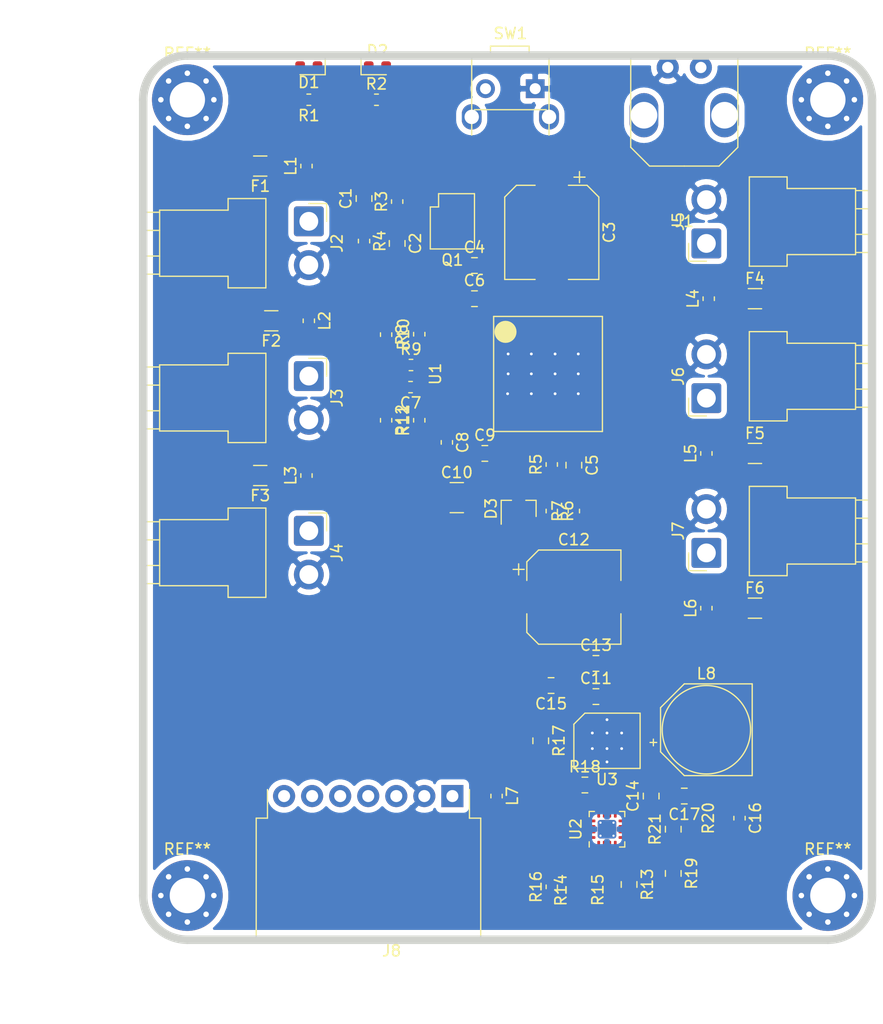
<source format=kicad_pcb>
(kicad_pcb (version 20171130) (host pcbnew "(5.1.0-0)")
  (layers (0 F.Cu signal) (31 B.Cu signal) (34 B.Paste user) (35 F.Paste user) (36 B.SilkS user) (37 F.SilkS user) (38 B.Mask user) (39 F.Mask user) (44 Edge.Cuts user))
  (net 0 "")
  (net 1 "/Pi Power/Power_Button")
  (net 2 "Net-(C1-Pad1)")
  (net 3 /Battery_Power)
  (net 4 GND)
  (net 5 /5.2V_switched)
  (net 6 "Net-(C5-Pad1)")
  (net 7 "Net-(C7-Pad1)")
  (net 8 "Net-(C8-Pad2)")
  (net 9 "/Panel Power/Vreg")
  (net 10 "Net-(C15-Pad2)")
  (net 11 "Net-(C15-Pad1)")
  (net 12 "Net-(C16-Pad2)")
  (net 13 "Net-(C16-Pad1)")
  (net 14 /Panel_Power)
  (net 15 "Net-(D1-Pad1)")
  (net 16 "Net-(D2-Pad1)")
  (net 17 /Power_Ctl)
  (net 18 /Power_Sense)
  (net 19 "Net-(F1-Pad1)")
  (net 20 "Net-(F2-Pad1)")
  (net 21 "Net-(F3-Pad1)")
  (net 22 "Net-(F4-Pad1)")
  (net 23 "Net-(F5-Pad1)")
  (net 24 "Net-(F6-Pad1)")
  (net 25 "Net-(J2-Pad1)")
  (net 26 "Net-(J3-Pad1)")
  (net 27 "Net-(J4-Pad1)")
  (net 28 "Net-(J5-Pad1)")
  (net 29 "Net-(J6-Pad1)")
  (net 30 "Net-(J7-Pad1)")
  (net 31 /Panel_Alert)
  (net 32 /SCL)
  (net 33 /SDA)
  (net 34 /+5.2V)
  (net 35 "Net-(R5-Pad1)")
  (net 36 "Net-(R8-Pad2)")
  (net 37 "Net-(R10-Pad1)")
  (net 38 "Net-(R13-Pad1)")
  (net 39 "Net-(R14-Pad2)")
  (net 40 "Net-(R16-Pad2)")
  (net 41 "Net-(R17-Pad2)")
  (net 42 "Net-(R18-Pad2)")
  (net 43 "Net-(R18-Pad1)")
  (net 44 "Net-(R20-Pad2)")
  (net 45 "Net-(U2-Pad10)")
  (net 46 "/Pi Power/Vin_switched")
  (module Power_Board:PTS645-Vx-39-2 (layer F.Cu) (at 112.5 38 180)
    (fp_text reference SW1 (at 2.25 5 180) (layer F.SilkS))
    (fp_text value SW_Push)
    (pad "" thru_hole oval (at 5.75 -2.55 180) (size 1.8 2.3) (drill 1.3) (layers *.Cu *.Mask))
    (pad "" thru_hole oval (at -1.25 -2.55 180) (size 1.8 2.3) (drill 1.3) (layers *.Cu *.Mask))
    (pad 2 thru_hole circle (at 4.5 0 180) (size 1.7 1.7) (drill 1) (layers *.Cu *.Mask) (net 1 "/Pi Power/Power_Button"))
    (pad 1 thru_hole rect (at 0 0 180) (size 1.7 1.7) (drill 1) (layers *.Cu *.Mask) (net 4 GND))
  )
  (module Power_Board:Molex_Microfit_43650-0203 (layer F.Cu) (at 126 45)
    (fp_text reference J1 (at 0 5) (layer F.SilkS))
    (fp_text value "Battery In")
    (pad 2 thru_hole circle (at -1.5 -8.92) (size 2 2) (drill 1.02) (layers *.Cu *.Mask) (net 4 GND))
    (pad 1 thru_hole circle (at 1.5 -8.92) (size 2 2) (drill 1.02) (layers *.Cu *.Mask) (net 3 /Battery_Power))
    (pad "" thru_hole oval (at -3.65 -4.6) (size 2.6 4) (drill 2.41) (layers *.Cu *.Mask))
    (pad "" thru_hole oval (at 3.65 -4.6) (size 2.6 4) (drill 2.41) (layers *.Cu *.Mask))
  )
  (module MountingHole:MountingHole_3.2mm_M3_Pad_Via (layer F.Cu) (at 81 111)
    (fp_text reference REF** (at 0 -4.2) (layer F.SilkS))
    (fp_text value MountingHole_3.2mm_M3_Pad_Via)
    (pad 1 thru_hole circle (at 1.697056 -1.697056) (size 0.8 0.8) (drill 0.5) (layers *.Cu *.Mask))
    (pad 1 thru_hole circle (at 0 -2.4) (size 0.8 0.8) (drill 0.5) (layers *.Cu *.Mask))
    (pad 1 thru_hole circle (at -1.697056 -1.697056) (size 0.8 0.8) (drill 0.5) (layers *.Cu *.Mask))
    (pad 1 thru_hole circle (at -2.4 0) (size 0.8 0.8) (drill 0.5) (layers *.Cu *.Mask))
    (pad 1 thru_hole circle (at -1.697056 1.697056) (size 0.8 0.8) (drill 0.5) (layers *.Cu *.Mask))
    (pad 1 thru_hole circle (at 0 2.4) (size 0.8 0.8) (drill 0.5) (layers *.Cu *.Mask))
    (pad 1 thru_hole circle (at 1.697056 1.697056) (size 0.8 0.8) (drill 0.5) (layers *.Cu *.Mask))
    (pad 1 thru_hole circle (at 2.4 0) (size 0.8 0.8) (drill 0.5) (layers *.Cu *.Mask))
    (pad 1 thru_hole circle (at 0 0) (size 6.4 6.4) (drill 3.2) (layers *.Cu *.Mask))
  )
  (module MountingHole:MountingHole_3.2mm_M3_Pad_Via (layer F.Cu) (at 139 111)
    (fp_text reference REF** (at 0 -4.2) (layer F.SilkS))
    (fp_text value MountingHole_3.2mm_M3_Pad_Via)
    (pad 1 thru_hole circle (at 1.697056 -1.697056) (size 0.8 0.8) (drill 0.5) (layers *.Cu *.Mask))
    (pad 1 thru_hole circle (at 0 -2.4) (size 0.8 0.8) (drill 0.5) (layers *.Cu *.Mask))
    (pad 1 thru_hole circle (at -1.697056 -1.697056) (size 0.8 0.8) (drill 0.5) (layers *.Cu *.Mask))
    (pad 1 thru_hole circle (at -2.4 0) (size 0.8 0.8) (drill 0.5) (layers *.Cu *.Mask))
    (pad 1 thru_hole circle (at -1.697056 1.697056) (size 0.8 0.8) (drill 0.5) (layers *.Cu *.Mask))
    (pad 1 thru_hole circle (at 0 2.4) (size 0.8 0.8) (drill 0.5) (layers *.Cu *.Mask))
    (pad 1 thru_hole circle (at 1.697056 1.697056) (size 0.8 0.8) (drill 0.5) (layers *.Cu *.Mask))
    (pad 1 thru_hole circle (at 2.4 0) (size 0.8 0.8) (drill 0.5) (layers *.Cu *.Mask))
    (pad 1 thru_hole circle (at 0 0) (size 6.4 6.4) (drill 3.2) (layers *.Cu *.Mask))
  )
  (module MountingHole:MountingHole_3.2mm_M3_Pad_Via (layer F.Cu) (at 139 39)
    (fp_text reference REF** (at 0 -4.2) (layer F.SilkS))
    (fp_text value MountingHole_3.2mm_M3_Pad_Via)
    (pad 1 thru_hole circle (at 1.697056 -1.697056) (size 0.8 0.8) (drill 0.5) (layers *.Cu *.Mask))
    (pad 1 thru_hole circle (at 0 -2.4) (size 0.8 0.8) (drill 0.5) (layers *.Cu *.Mask))
    (pad 1 thru_hole circle (at -1.697056 -1.697056) (size 0.8 0.8) (drill 0.5) (layers *.Cu *.Mask))
    (pad 1 thru_hole circle (at -2.4 0) (size 0.8 0.8) (drill 0.5) (layers *.Cu *.Mask))
    (pad 1 thru_hole circle (at -1.697056 1.697056) (size 0.8 0.8) (drill 0.5) (layers *.Cu *.Mask))
    (pad 1 thru_hole circle (at 0 2.4) (size 0.8 0.8) (drill 0.5) (layers *.Cu *.Mask))
    (pad 1 thru_hole circle (at 1.697056 1.697056) (size 0.8 0.8) (drill 0.5) (layers *.Cu *.Mask))
    (pad 1 thru_hole circle (at 2.4 0) (size 0.8 0.8) (drill 0.5) (layers *.Cu *.Mask))
    (pad 1 thru_hole circle (at 0 0) (size 6.4 6.4) (drill 3.2) (layers *.Cu *.Mask))
  )
  (module MountingHole:MountingHole_3.2mm_M3_Pad_Via (layer F.Cu) (at 81 39)
    (fp_text reference REF** (at 0 -4.2) (layer F.SilkS))
    (fp_text value MountingHole_3.2mm_M3_Pad_Via)
    (pad 1 thru_hole circle (at 1.697056 -1.697056) (size 0.8 0.8) (drill 0.5) (layers *.Cu *.Mask))
    (pad 1 thru_hole circle (at 0 -2.4) (size 0.8 0.8) (drill 0.5) (layers *.Cu *.Mask))
    (pad 1 thru_hole circle (at -1.697056 -1.697056) (size 0.8 0.8) (drill 0.5) (layers *.Cu *.Mask))
    (pad 1 thru_hole circle (at -2.4 0) (size 0.8 0.8) (drill 0.5) (layers *.Cu *.Mask))
    (pad 1 thru_hole circle (at -1.697056 1.697056) (size 0.8 0.8) (drill 0.5) (layers *.Cu *.Mask))
    (pad 1 thru_hole circle (at 0 2.4) (size 0.8 0.8) (drill 0.5) (layers *.Cu *.Mask))
    (pad 1 thru_hole circle (at 1.697056 1.697056) (size 0.8 0.8) (drill 0.5) (layers *.Cu *.Mask))
    (pad 1 thru_hole circle (at 2.4 0) (size 0.8 0.8) (drill 0.5) (layers *.Cu *.Mask))
    (pad 1 thru_hole circle (at 0 0) (size 6.4 6.4) (drill 3.2) (layers *.Cu *.Mask))
  )
  (module Power_Board:CP_Kemet_8.3x10 (layer F.Cu) (at 128 96 180)
    (fp_text reference L8 (at 0 5.08 180) (layer F.SilkS))
    (fp_text value 1.3µH)
    (pad 2 smd roundrect (at -3.3 0 180) (size 3.4 0.9) (layers F.Cu F.Paste F.Mask) (net 14 /Panel_Power))
    (pad 1 smd roundrect (at 3.3 0 180) (size 3.4 0.9) (layers F.Cu F.Paste F.Mask) (net 13 "Net-(C16-Pad1)"))
  )
  (module Resistor_SMD:R_0805_2012Metric (layer F.Cu) (at 125 105 90)
    (fp_text reference R21 (at 0 -1.65 90) (layer F.SilkS))
    (fp_text value 1.78K)
    (pad 2 smd roundrect (at 0.9375 0 90) (size 0.975 1.4) (layers F.Cu F.Paste F.Mask) (net 4 GND))
    (pad 1 smd roundrect (at -0.9375 0 90) (size 0.975 1.4) (layers F.Cu F.Paste F.Mask) (net 44 "Net-(R20-Pad2)"))
  )
  (module Power_Board:Q5D (layer F.Cu) (at 119 97)
    (fp_text reference U3 (at 0 3.5) (layer F.SilkS))
    (fp_text value CSD86360Q5D)
    (fp_poly (pts (xy -3.2 -2.11) (xy -2.39 -2.11) (xy -2.39 -0.43) (xy -3.2 -0.43)) (layer F.Cu) (width 0.1))
    (pad GND smd roundrect (at -0.785 1.41) (size 1.31 1.15) (layers F.Cu F.Paste F.Mask) (roundrect_rratio 0.04099999999999999) (net 4 GND))
    (pad GND smd roundrect (at 0.785 1.41) (size 1.31 1.15) (layers F.Cu F.Paste F.Mask) (roundrect_rratio 0.04099999999999999) (net 4 GND))
    (pad GND smd roundrect (at 0.785 -1.41) (size 1.31 1.15) (layers F.Cu F.Paste F.Mask) (roundrect_rratio 0.04099999999999999) (net 4 GND))
    (pad GND smd roundrect (at -0.785 -1.41) (size 1.31 1.11) (layers F.Cu F.Paste F.Mask) (roundrect_rratio 0.04099999999999999) (net 4 GND))
    (pad GND smd roundrect (at -0.785 0) (size 1.31 1.15) (layers F.Cu F.Paste F.Mask) (roundrect_rratio 0.04099999999999999) (net 4 GND))
    (pad GND smd roundrect (at 0.785 0) (size 1.31 1.15) (layers F.Cu F.Paste F.Mask) (roundrect_rratio 0.04099999999999999) (net 4 GND))
    (pad GND thru_hole circle (at 0 1.91) (size 0.4 0.4) (drill 0.254) (layers *.Cu F.Mask) (net 4 GND))
    (pad GND thru_hole circle (at 1.328 0.705) (size 0.4 0.4) (drill 0.254) (layers *.Cu F.Mask) (net 4 GND))
    (pad GND thru_hole circle (at 0 0.705) (size 0.4 0.4) (drill 0.254) (layers *.Cu F.Mask) (net 4 GND))
    (pad GND thru_hole circle (at -1.328 0.705) (size 0.4 0.4) (drill 0.254) (layers *.Cu F.Mask) (net 4 GND))
    (pad GND thru_hole circle (at -1.328 -0.705) (size 0.4 0.4) (drill 0.254) (layers *.Cu F.Mask) (net 4 GND))
    (pad GND thru_hole circle (at 1.328 -0.705) (size 0.4 0.4) (drill 0.254) (layers *.Cu F.Mask) (net 4 GND))
    (pad GND thru_hole circle (at 0 -1.91) (size 0.4 0.4) (drill 0.254) (layers *.Cu F.Mask) (net 4 GND))
    (pad GND thru_hole circle (at 0 -0.705) (size 0.4 0.4) (drill 0.254) (layers *.Cu F.Mask) (net 4 GND))
    (pad GND smd roundrect (at 0 0) (size 3.156 4.319) (layers F.Cu F.Mask) (roundrect_rratio 0.016) (net 4 GND))
    (pad 8 smd roundrect (at 2.795 -1.905) (size 0.81 0.41) (layers F.Cu F.Paste F.Mask) (roundrect_rratio 0.122) (net 13 "Net-(C16-Pad1)"))
    (pad 7 smd roundrect (at 2.795 -0.635) (size 0.81 0.41) (layers F.Cu F.Paste F.Mask) (roundrect_rratio 0.122) (net 13 "Net-(C16-Pad1)"))
    (pad 6 smd roundrect (at 2.795 0.635) (size 0.81 0.41) (layers F.Cu F.Paste F.Mask) (roundrect_rratio 0.122) (net 13 "Net-(C16-Pad1)"))
    (pad 5 smd roundrect (at 2.795 1.905) (size 0.81 0.41) (layers F.Cu F.Paste F.Mask) (roundrect_rratio 0.122) (net 45 "Net-(U2-Pad10)"))
    (pad 4 smd roundrect (at -2.795 1.905) (size 0.81 0.41) (layers F.Cu F.Paste F.Mask) (roundrect_rratio 0.122) (net 11 "Net-(C15-Pad1)"))
    (pad 3 smd roundrect (at -2.795 0.635) (size 0.81 0.41) (layers F.Cu F.Paste F.Mask) (roundrect_rratio 0.122) (net 43 "Net-(R18-Pad1)"))
    (pad 2 smd roundrect (at -2.795 -0.635) (size 0.81 0.41) (layers F.Cu F.Paste F.Mask) (roundrect_rratio 0.122) (net 3 /Battery_Power))
    (pad 1 smd roundrect (at -2.795 -1.905) (size 0.81 0.41) (layers F.Cu F.Paste F.Mask) (roundrect_rratio 0.122) (net 3 /Battery_Power))
  )
  (module Package_DFN_QFN:VQFN-16-1EP_3x3mm_P0.5mm_EP1.68x1.68mm_ThermalVias (layer F.Cu) (at 119 105 90)
    (fp_text reference U2 (at 0 -2.82 90) (layer F.SilkS))
    (fp_text value TPS53819A)
    (pad 16 smd roundrect (at -0.75 -1.4625 90) (size 0.25 0.825) (layers F.Cu F.Paste F.Mask) (net 39 "Net-(R14-Pad2)"))
    (pad 15 smd roundrect (at -0.25 -1.4625 90) (size 0.25 0.825) (layers F.Cu F.Paste F.Mask) (net 40 "Net-(R16-Pad2)"))
    (pad 14 smd roundrect (at 0.25 -1.4625 90) (size 0.25 0.825) (layers F.Cu F.Paste F.Mask) (net 5 /5.2V_switched))
    (pad 13 smd roundrect (at 0.75 -1.4625 90) (size 0.25 0.825) (layers F.Cu F.Paste F.Mask) (net 41 "Net-(R17-Pad2)"))
    (pad 12 smd roundrect (at 1.4625 -0.75 90) (size 0.825 0.25) (layers F.Cu F.Paste F.Mask) (net 11 "Net-(C15-Pad1)"))
    (pad 11 smd roundrect (at 1.4625 -0.25 90) (size 0.825 0.25) (layers F.Cu F.Paste F.Mask) (net 42 "Net-(R18-Pad2)"))
    (pad 10 smd roundrect (at 1.4625 0.25 90) (size 0.825 0.25) (layers F.Cu F.Paste F.Mask) (net 45 "Net-(U2-Pad10)"))
    (pad 9 smd roundrect (at 1.4625 0.75 90) (size 0.825 0.25) (layers F.Cu F.Paste F.Mask) (net 9 "/Panel Power/Vreg"))
    (pad 8 smd roundrect (at 0.75 1.4625 90) (size 0.25 0.825) (layers F.Cu F.Paste F.Mask) (net 3 /Battery_Power))
    (pad 7 smd roundrect (at 0.25 1.4625 90) (size 0.25 0.825) (layers F.Cu F.Paste F.Mask) (net 4 GND))
    (pad 6 smd roundrect (at -0.25 1.4625 90) (size 0.25 0.825) (layers F.Cu F.Paste F.Mask) (net 44 "Net-(R20-Pad2)"))
    (pad 5 smd roundrect (at -0.75 1.4625 90) (size 0.25 0.825) (layers F.Cu F.Paste F.Mask) (net 14 /Panel_Power))
    (pad 4 smd roundrect (at -1.4625 0.75 90) (size 0.825 0.25) (layers F.Cu F.Paste F.Mask) (net 38 "Net-(R13-Pad1)"))
    (pad 3 smd roundrect (at -1.4625 0.25 90) (size 0.825 0.25) (layers F.Cu F.Paste F.Mask) (net 31 /Panel_Alert))
    (pad 2 smd roundrect (at -1.4625 -0.25 90) (size 0.825 0.25) (layers F.Cu F.Paste F.Mask) (net 33 /SDA))
    (pad 1 smd roundrect (at -1.4625 -0.75 90) (size 0.825 0.25) (layers F.Cu F.Paste F.Mask) (net 32 /SCL))
    (pad 17 smd roundrect (at 0 0 90) (size 1.68 1.68) (layers B.Cu) (roundrect_rratio 0.14881) (net 4 GND))
    (pad 17 thru_hole circle (at 0.59 0.59 90) (size 0.5 0.5) (drill 0.2) (layers *.Cu) (net 4 GND))
    (pad 17 thru_hole circle (at -0.59 0.59 90) (size 0.5 0.5) (drill 0.2) (layers *.Cu) (net 4 GND))
    (pad 17 thru_hole circle (at 0.59 -0.59 90) (size 0.5 0.5) (drill 0.2) (layers *.Cu) (net 4 GND))
    (pad 17 thru_hole circle (at -0.59 -0.59 90) (size 0.5 0.5) (drill 0.2) (layers *.Cu) (net 4 GND))
    (pad 17 smd roundrect (at 0 0 90) (size 1.68 1.68) (layers F.Cu F.Mask) (roundrect_rratio 0.14881) (net 4 GND))
  )
  (module Power_Board:TO-PMOD_7 (layer F.Cu) (at 106 60 270)
    (fp_text reference U1 (at 3.81 2.54 270) (layer F.SilkS))
    (fp_text value LMZ14203)
    (pad GND smd roundrect (at 2.9 -9.35 270) (size 1.3 1.6) (layers F.Cu F.Paste F.Mask) (roundrect_rratio 0.292) (net 4 GND))
    (pad GND smd roundrect (at 4.75 -9.35 270) (size 1.4 1.6) (layers F.Cu F.Paste F.Mask) (roundrect_rratio 0.292) (net 4 GND))
    (pad GND smd roundrect (at 4.75 -5.05 270) (size 1.3 1.6) (layers F.Cu F.Paste F.Mask) (roundrect_rratio 0.292) (net 4 GND))
    (pad GND smd roundrect (at 2.85 -5.1 270) (size 1.3 1.6) (layers F.Cu F.Paste F.Mask) (roundrect_rratio 0.292) (net 4 GND))
    (pad GND smd roundrect (at 4.7 -7.25 270) (size 1.3 1.6) (layers F.Cu F.Paste F.Mask) (roundrect_rratio 0.292) (net 4 GND))
    (pad GND smd roundrect (at 2.9 -7.25 270) (size 1.3 1.6) (layers F.Cu F.Paste F.Mask) (roundrect_rratio 0.292) (net 4 GND))
    (pad GND thru_hole circle (at 3.8 -4.05 270) (size 0.508 0.508) (drill 0.254) (layers *.Cu) (net 4 GND))
    (pad GND thru_hole circle (at 2 -4.05 270) (size 0.508 0.508) (drill 0.254) (layers *.Cu) (net 4 GND))
    (pad GND thru_hole circle (at 5.6 -4 270) (size 0.508 0.508) (drill 0.254) (layers *.Cu) (net 4 GND))
    (pad GND thru_hole circle (at 2 -8.3 270) (size 0.508 0.508) (drill 0.254) (layers *.Cu) (net 4 GND))
    (pad GND thru_hole circle (at 2 -6.15 270) (size 0.508 0.508) (drill 0.254) (layers *.Cu) (net 4 GND))
    (pad GND thru_hole circle (at 5.6 -6.15 270) (size 0.508 0.508) (drill 0.254) (layers *.Cu) (net 4 GND))
    (pad GND thru_hole circle (at 5.6 -8.3 270) (size 0.508 0.508) (drill 0.254) (layers *.Cu) (net 4 GND))
    (pad GND thru_hole circle (at 3.8 -6.15 270) (size 0.508 0.508) (drill 0.254) (layers *.Cu) (net 4 GND))
    (pad GND thru_hole circle (at 3.8 -8.3 270) (size 0.508 0.508) (drill 0.254) (layers *.Cu) (net 4 GND))
    (pad GND thru_hole circle (at 5.6 -10.4 270) (size 0.508 0.508) (drill 0.254) (layers *.Cu) (net 4 GND))
    (pad GND thru_hole circle (at 3.8 -10.4 270) (size 0.508 0.508) (drill 0.254) (layers *.Cu) (net 4 GND))
    (pad GND thru_hole circle (at 2 -10.4 270) (size 0.508 0.508) (drill 0.254) (layers *.Cu) (net 4 GND))
    (pad GND smd roundrect (at 3.81 -7.305 270) (size 5.35 8.54) (layers F.Cu F.Mask) (roundrect_rratio 0.042) (net 4 GND))
    (pad 7 smd roundrect (at 7.62 0 270) (size 0.89 3.06) (layers F.Cu F.Paste F.Mask) (net 5 /5.2V_switched))
    (pad 6 smd roundrect (at 6.35 0 270) (size 0.89 3.06) (layers F.Cu F.Paste F.Mask) (net 8 "Net-(C8-Pad2)"))
    (pad 5 smd roundrect (at 5.08 0 270) (size 0.89 3.06) (layers F.Cu F.Paste F.Mask) (net 7 "Net-(C7-Pad1)"))
    (pad 4 smd roundrect (at 3.81 0 270) (size 0.89 3.06) (layers F.Cu F.Paste F.Mask) (net 4 GND))
    (pad 3 smd roundrect (at 2.54 0 270) (size 0.89 3.06) (layers F.Cu F.Paste F.Mask) (net 36 "Net-(R8-Pad2)"))
    (pad 2 smd roundrect (at 1.27 0 270) (size 0.89 3.06) (layers F.Cu F.Paste F.Mask) (net 37 "Net-(R10-Pad1)"))
    (pad 1 smd rect (at 0 0 270) (size 0.89 3.06) (layers F.Cu F.Paste F.Mask) (net 46 "/Pi Power/Vin_switched"))
  )
  (module Resistor_SMD:R_0402_1005Metric (layer F.Cu) (at 127 104 270)
    (fp_text reference R20 (at 0 -1.17 270) (layer F.SilkS))
    (fp_text value 10K)
    (pad 2 smd roundrect (at 0.485 0 270) (size 0.59 0.64) (layers F.Cu F.Paste F.Mask) (net 44 "Net-(R20-Pad2)"))
    (pad 1 smd roundrect (at -0.485 0 270) (size 0.59 0.64) (layers F.Cu F.Paste F.Mask) (net 14 /Panel_Power))
  )
  (module Resistor_SMD:R_0805_2012Metric (layer F.Cu) (at 125 109 270)
    (fp_text reference R19 (at 0 -1.65 270) (layer F.SilkS))
    (fp_text value 1)
    (pad 2 smd roundrect (at 0.9375 0 270) (size 0.975 1.4) (layers F.Cu F.Paste F.Mask) (net 4 GND))
    (pad 1 smd roundrect (at -0.9375 0 270) (size 0.975 1.4) (layers F.Cu F.Paste F.Mask) (net 12 "Net-(C16-Pad2)"))
  )
  (module Resistor_SMD:R_0805_2012Metric (layer F.Cu) (at 117 101)
    (fp_text reference R18 (at 0 -1.65) (layer F.SilkS))
    (fp_text value 4.7)
    (pad 2 smd roundrect (at 0.9375 0) (size 0.975 1.4) (layers F.Cu F.Paste F.Mask) (net 42 "Net-(R18-Pad2)"))
    (pad 1 smd roundrect (at -0.9375 0) (size 0.975 1.4) (layers F.Cu F.Paste F.Mask) (net 43 "Net-(R18-Pad1)"))
  )
  (module Resistor_SMD:R_0805_2012Metric (layer F.Cu) (at 113 97 270)
    (fp_text reference R17 (at 0 -1.65 270) (layer F.SilkS))
    (fp_text value 1)
    (pad 2 smd roundrect (at 0.9375 0 270) (size 0.975 1.4) (layers F.Cu F.Paste F.Mask) (net 41 "Net-(R17-Pad2)"))
    (pad 1 smd roundrect (at -0.9375 0 270) (size 0.975 1.4) (layers F.Cu F.Paste F.Mask) (net 10 "Net-(C15-Pad2)"))
  )
  (module Resistor_SMD:R_0603_1608Metric (layer F.Cu) (at 114 110.2125 90)
    (fp_text reference R16 (at 0 -1.43 90) (layer F.SilkS))
    (fp_text value 100K)
    (pad 2 smd roundrect (at 0.7875 0 90) (size 0.875 0.95) (layers F.Cu F.Paste F.Mask) (net 40 "Net-(R16-Pad2)"))
    (pad 1 smd roundrect (at -0.7875 0 90) (size 0.875 0.95) (layers F.Cu F.Paste F.Mask) (net 9 "/Panel Power/Vreg"))
  )
  (module Resistor_SMD:R_0402_1005Metric (layer F.Cu) (at 117 110.485 270)
    (fp_text reference R15 (at 0 -1.17 270) (layer F.SilkS))
    (fp_text value 976)
    (pad 2 smd roundrect (at 0.485 0 270) (size 0.59 0.64) (layers F.Cu F.Paste F.Mask) (net 4 GND))
    (pad 1 smd roundrect (at -0.485 0 270) (size 0.59 0.64) (layers F.Cu F.Paste F.Mask) (net 39 "Net-(R14-Pad2)"))
  )
  (module Resistor_SMD:R_0402_1005Metric (layer F.Cu) (at 116 110.515 90)
    (fp_text reference R14 (at 0 -1.17 90) (layer F.SilkS))
    (fp_text value 294K)
    (pad 2 smd roundrect (at 0.485 0 90) (size 0.59 0.64) (layers F.Cu F.Paste F.Mask) (net 39 "Net-(R14-Pad2)"))
    (pad 1 smd roundrect (at -0.485 0 90) (size 0.59 0.64) (layers F.Cu F.Paste F.Mask) (net 9 "/Panel Power/Vreg"))
  )
  (module Resistor_SMD:R_0805_2012Metric (layer F.Cu) (at 121 110 270)
    (fp_text reference R13 (at 0 -1.65 270) (layer F.SilkS))
    (fp_text value 38.3K)
    (pad 2 smd roundrect (at 0.9375 0 270) (size 0.975 1.4) (layers F.Cu F.Paste F.Mask) (net 4 GND))
    (pad 1 smd roundrect (at -0.9375 0 270) (size 0.975 1.4) (layers F.Cu F.Paste F.Mask) (net 38 "Net-(R13-Pad1)"))
  )
  (module Resistor_SMD:R_0603_1608Metric (layer F.Cu) (at 99 68 270)
    (fp_text reference R12 (at 0 -1.43 270) (layer F.SilkS))
    (fp_text value "1.07K 1%")
    (pad 2 smd roundrect (at 0.7875 0 270) (size 0.875 0.95) (layers F.Cu F.Paste F.Mask) (net 4 GND))
    (pad 1 smd roundrect (at -0.7875 0 270) (size 0.875 0.95) (layers F.Cu F.Paste F.Mask) (net 8 "Net-(C8-Pad2)"))
  )
  (module Resistor_SMD:R_0603_1608Metric (layer F.Cu) (at 102 68 90)
    (fp_text reference R11 (at 0 -1.43 90) (layer F.SilkS))
    (fp_text value "5.90K 1%")
    (pad 2 smd roundrect (at 0.7875 0 90) (size 0.875 0.95) (layers F.Cu F.Paste F.Mask) (net 8 "Net-(C8-Pad2)"))
    (pad 1 smd roundrect (at -0.7875 0 90) (size 0.875 0.95) (layers F.Cu F.Paste F.Mask) (net 5 /5.2V_switched))
  )
  (module Resistor_SMD:R_0603_1608Metric (layer F.Cu) (at 102 60.2125 90)
    (fp_text reference R10 (at 0 -1.43 90) (layer F.SilkS))
    (fp_text value 120K)
    (pad 2 smd roundrect (at 0.7875 0 90) (size 0.875 0.95) (layers F.Cu F.Paste F.Mask) (net 46 "/Pi Power/Vin_switched"))
    (pad 1 smd roundrect (at -0.7875 0 90) (size 0.875 0.95) (layers F.Cu F.Paste F.Mask) (net 37 "Net-(R10-Pad1)"))
  )
  (module Resistor_SMD:R_0603_1608Metric (layer F.Cu) (at 101.25 63)
    (fp_text reference R9 (at 0 -1.43) (layer F.SilkS))
    (fp_text value 6.8K)
    (pad 2 smd roundrect (at 0.7875 0) (size 0.875 0.95) (layers F.Cu F.Paste F.Mask) (net 4 GND))
    (pad 1 smd roundrect (at -0.7875 0) (size 0.875 0.95) (layers F.Cu F.Paste F.Mask) (net 36 "Net-(R8-Pad2)"))
  )
  (module Resistor_SMD:R_0603_1608Metric (layer F.Cu) (at 99 60.25 270)
    (fp_text reference R8 (at 0 -1.43 270) (layer F.SilkS))
    (fp_text value 68K)
    (pad 2 smd roundrect (at 0.7875 0 270) (size 0.875 0.95) (layers F.Cu F.Paste F.Mask) (net 36 "Net-(R8-Pad2)"))
    (pad 1 smd roundrect (at -0.7875 0 270) (size 0.875 0.95) (layers F.Cu F.Paste F.Mask) (net 46 "/Pi Power/Vin_switched"))
  )
  (module Resistor_SMD:R_0603_1608Metric (layer F.Cu) (at 116 76.2125 90)
    (fp_text reference R7 (at 0 -1.43 90) (layer F.SilkS))
    (fp_text value 100K)
    (pad 2 smd roundrect (at 0.7875 0 90) (size 0.875 0.95) (layers F.Cu F.Paste F.Mask) (net 5 /5.2V_switched))
    (pad 1 smd roundrect (at -0.7875 0 90) (size 0.875 0.95) (layers F.Cu F.Paste F.Mask) (net 35 "Net-(R5-Pad1)"))
  )
  (module Resistor_SMD:R_0603_1608Metric (layer F.Cu) (at 114 76.2125 270)
    (fp_text reference R6 (at 0 -1.43 270) (layer F.SilkS))
    (fp_text value 1K)
    (pad 2 smd roundrect (at 0.7875 0 270) (size 0.875 0.95) (layers F.Cu F.Paste F.Mask) (net 17 /Power_Ctl))
    (pad 1 smd roundrect (at -0.7875 0 270) (size 0.875 0.95) (layers F.Cu F.Paste F.Mask) (net 35 "Net-(R5-Pad1)"))
  )
  (module Resistor_SMD:R_0603_1608Metric (layer F.Cu) (at 114 72 90)
    (fp_text reference R5 (at 0 -1.43 90) (layer F.SilkS))
    (fp_text value 330K)
    (pad 2 smd roundrect (at 0.7875 0 90) (size 0.875 0.95) (layers F.Cu F.Paste F.Mask) (net 6 "Net-(C5-Pad1)"))
    (pad 1 smd roundrect (at -0.7875 0 90) (size 0.875 0.95) (layers F.Cu F.Paste F.Mask) (net 35 "Net-(R5-Pad1)"))
  )
  (module Resistor_SMD:R_0603_1608Metric (layer F.Cu) (at 97 51.7875 270)
    (fp_text reference R4 (at 0 -1.43 270) (layer F.SilkS))
    (fp_text value 100K)
    (pad 2 smd roundrect (at 0.7875 0 270) (size 0.875 0.95) (layers F.Cu F.Paste F.Mask) (net 2 "Net-(C1-Pad1)"))
    (pad 1 smd roundrect (at -0.7875 0 270) (size 0.875 0.95) (layers F.Cu F.Paste F.Mask) (net 3 /Battery_Power))
  )
  (module Resistor_SMD:R_0603_1608Metric (layer F.Cu) (at 100 48.2125 90)
    (fp_text reference R3 (at 0 -1.43 90) (layer F.SilkS))
    (fp_text value 10K)
    (pad 2 smd roundrect (at 0.7875 0 90) (size 0.875 0.95) (layers F.Cu F.Paste F.Mask) (net 1 "/Pi Power/Power_Button"))
    (pad 1 smd roundrect (at -0.7875 0 90) (size 0.875 0.95) (layers F.Cu F.Paste F.Mask) (net 3 /Battery_Power))
  )
  (module Resistor_SMD:R_0603_1608Metric_Pad1.05x0.95mm_HandSolder (layer F.Cu) (at 98.125 39)
    (fp_text reference R2 (at 0 -1.43) (layer F.SilkS))
    (fp_text value 680)
    (pad 2 smd roundrect (at 0.875 0) (size 1.05 0.95) (layers F.Cu F.Paste F.Mask) (net 4 GND))
    (pad 1 smd roundrect (at -0.875 0) (size 1.05 0.95) (layers F.Cu F.Paste F.Mask) (net 16 "Net-(D2-Pad1)"))
  )
  (module Resistor_SMD:R_0603_1608Metric_Pad1.05x0.95mm_HandSolder (layer F.Cu) (at 92 39 180)
    (fp_text reference R1 (at 0 -1.43 180) (layer F.SilkS))
    (fp_text value 680)
    (pad 2 smd roundrect (at 0.875 0 180) (size 1.05 0.95) (layers F.Cu F.Paste F.Mask) (net 4 GND))
    (pad 1 smd roundrect (at -0.875 0 180) (size 1.05 0.95) (layers F.Cu F.Paste F.Mask) (net 15 "Net-(D1-Pad1)"))
  )
  (module Power_Board:1206-8_or_SO-8 (layer F.Cu) (at 105 50)
    (fp_text reference Q1 (at 0 3.5) (layer F.SilkS))
    (fp_text value SI5504BDC)
    (pad 8 smd roundrect (at 2.34 -1.905) (size 1.78 0.72) (layers F.Cu F.Paste F.Mask) (net 2 "Net-(C1-Pad1)"))
    (pad 7 smd roundrect (at 2.34 -0.635) (size 1.78 0.72) (layers F.Cu F.Paste F.Mask) (net 2 "Net-(C1-Pad1)"))
    (pad 6 smd roundrect (at 2.34 0.635) (size 1.78 0.72) (layers F.Cu F.Paste F.Mask) (net 46 "/Pi Power/Vin_switched"))
    (pad 5 smd roundrect (at 2.34 1.905) (size 1.78 0.72) (layers F.Cu F.Paste F.Mask) (net 46 "/Pi Power/Vin_switched"))
    (pad 4 smd roundrect (at -2.34 1.905) (size 1.78 0.72) (layers F.Cu F.Paste F.Mask) (net 2 "Net-(C1-Pad1)"))
    (pad 3 smd roundrect (at -2.34 0.635) (size 1.78 0.72) (layers F.Cu F.Paste F.Mask) (net 3 /Battery_Power))
    (pad 2 smd roundrect (at -2.34 -0.635) (size 1.78 0.72) (layers F.Cu F.Paste F.Mask) (net 6 "Net-(C5-Pad1)"))
    (pad 1 smd rect (at -2.34 -1.905) (size 1.78 0.72) (layers F.Cu F.Paste F.Mask) (net 4 GND))
    (pad 8 smd roundrect (at 0.74 -0.975) (size 0.42 0.35) (layers F.Cu F.Paste F.Mask) (net 2 "Net-(C1-Pad1)"))
    (pad 7 smd roundrect (at 0.74 -0.325) (size 0.42 0.35) (layers F.Cu F.Paste F.Mask) (net 2 "Net-(C1-Pad1)"))
    (pad 6 smd roundrect (at 0.74 0.325) (size 0.42 0.35) (layers F.Cu F.Paste F.Mask) (net 46 "/Pi Power/Vin_switched"))
    (pad 5 smd roundrect (at 0.75 0.975) (size 0.42 0.35) (layers F.Cu F.Paste F.Mask) (net 46 "/Pi Power/Vin_switched"))
    (pad 4 smd roundrect (at -0.74 0.975) (size 0.42 0.35) (layers F.Cu F.Paste F.Mask) (net 2 "Net-(C1-Pad1)"))
    (pad 3 smd roundrect (at -0.74 0.325) (size 0.42 0.35) (layers F.Cu F.Paste F.Mask) (net 3 /Battery_Power))
    (pad 2 smd roundrect (at -0.74 -0.325) (size 0.42 0.35) (layers F.Cu F.Paste F.Mask) (net 6 "Net-(C5-Pad1)"))
    (pad 1 smd rect (at -0.74 -0.975) (size 0.42 0.35) (layers F.Cu F.Paste F.Mask) (net 4 GND))
  )
  (module Inductor_SMD:L_0603_1608Metric (layer F.Cu) (at 109 102 270)
    (fp_text reference L7 (at 0 -1.43 270) (layer F.SilkS))
    (fp_text value 70R)
    (pad 2 smd roundrect (at 0.7875 0 270) (size 0.875 0.95) (layers F.Cu F.Paste F.Mask) (net 34 /+5.2V))
    (pad 1 smd roundrect (at -0.7875 0 270) (size 0.875 0.95) (layers F.Cu F.Paste F.Mask) (net 5 /5.2V_switched))
  )
  (module Inductor_SMD:L_0603_1608Metric (layer F.Cu) (at 128 85 90)
    (fp_text reference L6 (at 0 -1.43 90) (layer F.SilkS))
    (fp_text value 70R)
    (pad 2 smd roundrect (at 0.7875 0 90) (size 0.875 0.95) (layers F.Cu F.Paste F.Mask) (net 30 "Net-(J7-Pad1)"))
    (pad 1 smd roundrect (at -0.7875 0 90) (size 0.875 0.95) (layers F.Cu F.Paste F.Mask) (net 24 "Net-(F6-Pad1)"))
  )
  (module Inductor_SMD:L_0603_1608Metric (layer F.Cu) (at 128 71 90)
    (fp_text reference L5 (at 0 -1.43 90) (layer F.SilkS))
    (fp_text value 70R)
    (pad 2 smd roundrect (at 0.7875 0 90) (size 0.875 0.95) (layers F.Cu F.Paste F.Mask) (net 29 "Net-(J6-Pad1)"))
    (pad 1 smd roundrect (at -0.7875 0 90) (size 0.875 0.95) (layers F.Cu F.Paste F.Mask) (net 23 "Net-(F5-Pad1)"))
  )
  (module Inductor_SMD:L_0603_1608Metric (layer F.Cu) (at 128.2125 57 90)
    (fp_text reference L4 (at 0 -1.43 90) (layer F.SilkS))
    (fp_text value 70R)
    (pad 2 smd roundrect (at 0.7875 0 90) (size 0.875 0.95) (layers F.Cu F.Paste F.Mask) (net 28 "Net-(J5-Pad1)"))
    (pad 1 smd roundrect (at -0.7875 0 90) (size 0.875 0.95) (layers F.Cu F.Paste F.Mask) (net 22 "Net-(F4-Pad1)"))
  )
  (module Inductor_SMD:L_0603_1608Metric (layer F.Cu) (at 91.7875 73 90)
    (fp_text reference L3 (at 0 -1.43 90) (layer F.SilkS))
    (fp_text value 70R)
    (pad 2 smd roundrect (at 0.7875 0 90) (size 0.875 0.95) (layers F.Cu F.Paste F.Mask) (net 27 "Net-(J4-Pad1)"))
    (pad 1 smd roundrect (at -0.7875 0 90) (size 0.875 0.95) (layers F.Cu F.Paste F.Mask) (net 21 "Net-(F3-Pad1)"))
  )
  (module Inductor_SMD:L_0603_1608Metric (layer F.Cu) (at 92 59 270)
    (fp_text reference L2 (at 0 -1.43 270) (layer F.SilkS))
    (fp_text value 70R)
    (pad 2 smd roundrect (at 0.7875 0 270) (size 0.875 0.95) (layers F.Cu F.Paste F.Mask) (net 26 "Net-(J3-Pad1)"))
    (pad 1 smd roundrect (at -0.7875 0 270) (size 0.875 0.95) (layers F.Cu F.Paste F.Mask) (net 20 "Net-(F2-Pad1)"))
  )
  (module Inductor_SMD:L_0603_1608Metric (layer F.Cu) (at 91.7875 45 90)
    (fp_text reference L1 (at 0 -1.43 90) (layer F.SilkS))
    (fp_text value 70R)
    (pad 2 smd roundrect (at 0.7875 0 90) (size 0.875 0.95) (layers F.Cu F.Paste F.Mask) (net 25 "Net-(J2-Pad1)"))
    (pad 1 smd roundrect (at -0.7875 0 90) (size 0.875 0.95) (layers F.Cu F.Paste F.Mask) (net 19 "Net-(F1-Pad1)"))
  )
  (module Power_Board:Molex_SL_70553-0006 (layer F.Cu) (at 105 102)
    (fp_text reference J8 (at -5.5 14) (layer F.SilkS))
    (fp_text value "Molex 70553-0006")
    (pad 7 thru_hole circle (at -15.24 0) (size 2 2) (drill 1.09) (layers *.Cu *.Mask) (net 31 /Panel_Alert))
    (pad 6 thru_hole circle (at -12.7 0) (size 2 2) (drill 1.09) (layers *.Cu *.Mask) (net 18 /Power_Sense))
    (pad 5 thru_hole circle (at -10.16 0) (size 2 2) (drill 1.09) (layers *.Cu *.Mask) (net 17 /Power_Ctl))
    (pad 4 thru_hole circle (at -7.62 0) (size 2 2) (drill 1.09) (layers *.Cu *.Mask) (net 32 /SCL))
    (pad 3 thru_hole circle (at -5.08 0) (size 2 2) (drill 1.09) (layers *.Cu *.Mask) (net 33 /SDA))
    (pad 2 thru_hole circle (at -2.54 0) (size 2 2) (drill 1.09) (layers *.Cu *.Mask) (net 4 GND))
    (pad 1 thru_hole rect (at 0 0) (size 2 2) (drill 1.09) (layers *.Cu *.Mask) (net 34 /+5.2V))
  )
  (module Connector_JST:JST_VH_B2PS-VH_1x02_P3.96mm_Horizontal (layer F.Cu) (at 128 80 90)
    (fp_text reference J7 (at 1.98 -2.55 90) (layer F.SilkS))
    (fp_text value "JST B2PS-VH")
    (pad 2 thru_hole circle (at 3.96 0 90) (size 2.7 2.7) (drill 1.7) (layers *.Cu *.Mask) (net 4 GND))
    (pad 1 thru_hole roundrect (at 0 0 90) (size 2.7 2.7) (drill 1.7) (layers *.Cu *.Mask) (roundrect_rratio 0.09259299999999999) (net 30 "Net-(J7-Pad1)"))
  )
  (module Connector_JST:JST_VH_B2PS-VH_1x02_P3.96mm_Horizontal (layer F.Cu) (at 128 66 90)
    (fp_text reference J6 (at 1.98 -2.55 90) (layer F.SilkS))
    (fp_text value "JST B2PS-VH")
    (pad 2 thru_hole circle (at 3.96 0 90) (size 2.7 2.7) (drill 1.7) (layers *.Cu *.Mask) (net 4 GND))
    (pad 1 thru_hole roundrect (at 0 0 90) (size 2.7 2.7) (drill 1.7) (layers *.Cu *.Mask) (roundrect_rratio 0.09259299999999999) (net 29 "Net-(J6-Pad1)"))
  )
  (module Connector_JST:JST_VH_B2PS-VH_1x02_P3.96mm_Horizontal (layer F.Cu) (at 128 52 90)
    (fp_text reference J5 (at 1.98 -2.55 90) (layer F.SilkS))
    (fp_text value "JST B2PS-VH")
    (pad 2 thru_hole circle (at 3.96 0 90) (size 2.7 2.7) (drill 1.7) (layers *.Cu *.Mask) (net 4 GND))
    (pad 1 thru_hole roundrect (at 0 0 90) (size 2.7 2.7) (drill 1.7) (layers *.Cu *.Mask) (roundrect_rratio 0.09259299999999999) (net 28 "Net-(J5-Pad1)"))
  )
  (module Connector_JST:JST_VH_B2PS-VH_1x02_P3.96mm_Horizontal (layer F.Cu) (at 92 78 270)
    (fp_text reference J4 (at 1.98 -2.55 270) (layer F.SilkS))
    (fp_text value "JST B2PS-VH")
    (pad 2 thru_hole circle (at 3.96 0 270) (size 2.7 2.7) (drill 1.7) (layers *.Cu *.Mask) (net 4 GND))
    (pad 1 thru_hole roundrect (at 0 0 270) (size 2.7 2.7) (drill 1.7) (layers *.Cu *.Mask) (roundrect_rratio 0.09259299999999999) (net 27 "Net-(J4-Pad1)"))
  )
  (module Connector_JST:JST_VH_B2PS-VH_1x02_P3.96mm_Horizontal (layer F.Cu) (at 92 64 270)
    (fp_text reference J3 (at 1.98 -2.55 270) (layer F.SilkS))
    (fp_text value "JST B2PS-VH")
    (pad 2 thru_hole circle (at 3.96 0 270) (size 2.7 2.7) (drill 1.7) (layers *.Cu *.Mask) (net 4 GND))
    (pad 1 thru_hole roundrect (at 0 0 270) (size 2.7 2.7) (drill 1.7) (layers *.Cu *.Mask) (roundrect_rratio 0.09259299999999999) (net 26 "Net-(J3-Pad1)"))
  )
  (module Connector_JST:JST_VH_B2PS-VH_1x02_P3.96mm_Horizontal (layer F.Cu) (at 92 50 270)
    (fp_text reference J2 (at 1.98 -2.55 270) (layer F.SilkS))
    (fp_text value "JST B2PS-VH")
    (pad 2 thru_hole circle (at 3.96 0 270) (size 2.7 2.7) (drill 1.7) (layers *.Cu *.Mask) (net 4 GND))
    (pad 1 thru_hole roundrect (at 0 0 270) (size 2.7 2.7) (drill 1.7) (layers *.Cu *.Mask) (roundrect_rratio 0.09259299999999999) (net 25 "Net-(J2-Pad1)"))
  )
  (module Fuse:Fuse_1206_3216Metric (layer F.Cu) (at 132.4 85)
    (fp_text reference F6 (at 0 -1.82) (layer F.SilkS))
    (fp_text value Fuse)
    (pad 2 smd roundrect (at 1.4 0) (size 1.25 1.75) (layers F.Cu F.Paste F.Mask) (roundrect_rratio 0.2) (net 14 /Panel_Power))
    (pad 1 smd roundrect (at -1.4 0) (size 1.25 1.75) (layers F.Cu F.Paste F.Mask) (roundrect_rratio 0.2) (net 24 "Net-(F6-Pad1)"))
  )
  (module Fuse:Fuse_1206_3216Metric (layer F.Cu) (at 132.4 71)
    (fp_text reference F5 (at 0 -1.82) (layer F.SilkS))
    (fp_text value Fuse)
    (pad 2 smd roundrect (at 1.4 0) (size 1.25 1.75) (layers F.Cu F.Paste F.Mask) (roundrect_rratio 0.2) (net 14 /Panel_Power))
    (pad 1 smd roundrect (at -1.4 0) (size 1.25 1.75) (layers F.Cu F.Paste F.Mask) (roundrect_rratio 0.2) (net 23 "Net-(F5-Pad1)"))
  )
  (module Fuse:Fuse_1206_3216Metric (layer F.Cu) (at 132.4 57)
    (fp_text reference F4 (at 0 -1.82) (layer F.SilkS))
    (fp_text value Fuse)
    (pad 2 smd roundrect (at 1.4 0) (size 1.25 1.75) (layers F.Cu F.Paste F.Mask) (roundrect_rratio 0.2) (net 14 /Panel_Power))
    (pad 1 smd roundrect (at -1.4 0) (size 1.25 1.75) (layers F.Cu F.Paste F.Mask) (roundrect_rratio 0.2) (net 22 "Net-(F4-Pad1)"))
  )
  (module Fuse:Fuse_1206_3216Metric (layer F.Cu) (at 87.6 73 180)
    (fp_text reference F3 (at 0 -1.82 180) (layer F.SilkS))
    (fp_text value Fuse)
    (pad 2 smd roundrect (at 1.4 0 180) (size 1.25 1.75) (layers F.Cu F.Paste F.Mask) (roundrect_rratio 0.2) (net 14 /Panel_Power))
    (pad 1 smd roundrect (at -1.4 0 180) (size 1.25 1.75) (layers F.Cu F.Paste F.Mask) (roundrect_rratio 0.2) (net 21 "Net-(F3-Pad1)"))
  )
  (module Fuse:Fuse_1206_3216Metric (layer F.Cu) (at 88.6 59 180)
    (fp_text reference F2 (at 0 -1.82 180) (layer F.SilkS))
    (fp_text value Fuse)
    (pad 2 smd roundrect (at 1.4 0 180) (size 1.25 1.75) (layers F.Cu F.Paste F.Mask) (roundrect_rratio 0.2) (net 14 /Panel_Power))
    (pad 1 smd roundrect (at -1.4 0 180) (size 1.25 1.75) (layers F.Cu F.Paste F.Mask) (roundrect_rratio 0.2) (net 20 "Net-(F2-Pad1)"))
  )
  (module Fuse:Fuse_1206_3216Metric (layer F.Cu) (at 87.6 45 180)
    (fp_text reference F1 (at 0 -1.82 180) (layer F.SilkS))
    (fp_text value Fuse)
    (pad 2 smd roundrect (at 1.4 0 180) (size 1.25 1.75) (layers F.Cu F.Paste F.Mask) (roundrect_rratio 0.2) (net 14 /Panel_Power))
    (pad 1 smd roundrect (at -1.4 0 180) (size 1.25 1.75) (layers F.Cu F.Paste F.Mask) (roundrect_rratio 0.2) (net 19 "Net-(F1-Pad1)"))
  )
  (module Package_TO_SOT_SMD:SOT-23 (layer F.Cu) (at 111 76 90)
    (fp_text reference D3 (at 0 -2.5 90) (layer F.SilkS))
    (fp_text value BAT54C)
    (pad 3 smd rect (at 1 0 90) (size 0.9 0.8) (layers F.Cu F.Paste F.Mask) (net 1 "/Pi Power/Power_Button"))
    (pad 2 smd rect (at -1 0.95 90) (size 0.9 0.8) (layers F.Cu F.Paste F.Mask) (net 17 /Power_Ctl))
    (pad 1 smd rect (at -1 -0.95 90) (size 0.9 0.8) (layers F.Cu F.Paste F.Mask) (net 18 /Power_Sense))
  )
  (module LED_SMD:LED_0603_1608Metric (layer F.Cu) (at 98.2125 36)
    (fp_text reference D2 (at 0 -1.43) (layer F.SilkS))
    (fp_text value "LED, blue")
    (pad 2 smd roundrect (at 0.7875 0) (size 0.875 0.95) (layers F.Cu F.Paste F.Mask) (net 14 /Panel_Power))
    (pad 1 smd roundrect (at -0.7875 0) (size 0.875 0.95) (layers F.Cu F.Paste F.Mask) (net 16 "Net-(D2-Pad1)"))
  )
  (module LED_SMD:LED_0603_1608Metric (layer F.Cu) (at 92 36 180)
    (fp_text reference D1 (at 0 -1.43 180) (layer F.SilkS))
    (fp_text value "LED, green")
    (pad 2 smd roundrect (at 0.7875 0 180) (size 0.875 0.95) (layers F.Cu F.Paste F.Mask) (net 5 /5.2V_switched))
    (pad 1 smd roundrect (at -0.7875 0 180) (size 0.875 0.95) (layers F.Cu F.Paste F.Mask) (net 15 "Net-(D1-Pad1)"))
  )
  (module Capacitor_SMD:C_0805_2012Metric (layer F.Cu) (at 126 102 180)
    (fp_text reference C17 (at 0 -1.65 180) (layer F.SilkS))
    (fp_text value 10µF)
    (pad 2 smd roundrect (at 0.9375 0 180) (size 0.975 1.4) (layers F.Cu F.Paste F.Mask) (net 4 GND))
    (pad 1 smd roundrect (at -0.9375 0 180) (size 0.975 1.4) (layers F.Cu F.Paste F.Mask) (net 14 /Panel_Power))
  )
  (module Capacitor_SMD:C_0603_1608Metric (layer F.Cu) (at 131 104 270)
    (fp_text reference C16 (at 0 -1.43 270) (layer F.SilkS))
    (fp_text value 1nF)
    (pad 2 smd roundrect (at 0.7875 0 270) (size 0.875 0.95) (layers F.Cu F.Paste F.Mask) (net 12 "Net-(C16-Pad2)"))
    (pad 1 smd roundrect (at -0.7875 0 270) (size 0.875 0.95) (layers F.Cu F.Paste F.Mask) (net 13 "Net-(C16-Pad1)"))
  )
  (module Capacitor_SMD:C_0805_2012Metric (layer F.Cu) (at 113.9375 92 180)
    (fp_text reference C15 (at 0 -1.65 180) (layer F.SilkS))
    (fp_text value 100nF)
    (pad 2 smd roundrect (at 0.9375 0 180) (size 0.975 1.4) (layers F.Cu F.Paste F.Mask) (net 10 "Net-(C15-Pad2)"))
    (pad 1 smd roundrect (at -0.9375 0 180) (size 0.975 1.4) (layers F.Cu F.Paste F.Mask) (net 11 "Net-(C15-Pad1)"))
  )
  (module Capacitor_SMD:C_0805_2012Metric (layer F.Cu) (at 123 102 90)
    (fp_text reference C14 (at 0 -1.65 90) (layer F.SilkS))
    (fp_text value 1µF)
    (pad 2 smd roundrect (at 0.9375 0 90) (size 0.975 1.4) (layers F.Cu F.Paste F.Mask) (net 4 GND))
    (pad 1 smd roundrect (at -0.9375 0 90) (size 0.975 1.4) (layers F.Cu F.Paste F.Mask) (net 9 "/Panel Power/Vreg"))
  )
  (module Capacitor_SMD:C_0805_2012Metric (layer F.Cu) (at 118 90)
    (fp_text reference C13 (at 0 -1.65) (layer F.SilkS))
    (fp_text value 10µF)
    (pad 2 smd roundrect (at 0.9375 0) (size 0.975 1.4) (layers F.Cu F.Paste F.Mask) (net 4 GND))
    (pad 1 smd roundrect (at -0.9375 0) (size 0.975 1.4) (layers F.Cu F.Paste F.Mask) (net 3 /Battery_Power))
  )
  (module Capacitor_SMD:CP_Elec_8x10 (layer F.Cu) (at 116 84)
    (fp_text reference C12 (at 0 -5.2) (layer F.SilkS))
    (fp_text value 100µF)
    (pad 2 smd roundrect (at 3.25 0) (size 3.5 2.5) (layers F.Cu F.Paste F.Mask) (roundrect_rratio 0.1) (net 4 GND))
    (pad 1 smd roundrect (at -3.25 0) (size 3.5 2.5) (layers F.Cu F.Paste F.Mask) (roundrect_rratio 0.1) (net 3 /Battery_Power))
  )
  (module Capacitor_SMD:C_0805_2012Metric (layer F.Cu) (at 118 93)
    (fp_text reference C11 (at 0 -1.65) (layer F.SilkS))
    (fp_text value 1µF)
    (pad 2 smd roundrect (at 0.9375 0) (size 0.975 1.4) (layers F.Cu F.Paste F.Mask) (net 4 GND))
    (pad 1 smd roundrect (at -0.9375 0) (size 0.975 1.4) (layers F.Cu F.Paste F.Mask) (net 3 /Battery_Power))
  )
  (module Capacitor_SMD:C_1210_3225Metric (layer F.Cu) (at 105.4 75)
    (fp_text reference C10 (at 0 -2.28) (layer F.SilkS))
    (fp_text value 100µF)
    (pad 2 smd roundrect (at 1.4 0) (size 1.25 2.65) (layers F.Cu F.Paste F.Mask) (roundrect_rratio 0.2) (net 4 GND))
    (pad 1 smd roundrect (at -1.4 0) (size 1.25 2.65) (layers F.Cu F.Paste F.Mask) (roundrect_rratio 0.2) (net 5 /5.2V_switched))
  )
  (module Capacitor_SMD:C_0805_2012Metric (layer F.Cu) (at 107.9375 71)
    (fp_text reference C9 (at 0 -1.65) (layer F.SilkS))
    (fp_text value 1µF)
    (pad 2 smd roundrect (at 0.9375 0) (size 0.975 1.4) (layers F.Cu F.Paste F.Mask) (net 4 GND))
    (pad 1 smd roundrect (at -0.9375 0) (size 0.975 1.4) (layers F.Cu F.Paste F.Mask) (net 5 /5.2V_switched))
  )
  (module Capacitor_SMD:C_0603_1608Metric (layer F.Cu) (at 104.5 70 270)
    (fp_text reference C8 (at 0 -1.43 270) (layer F.SilkS))
    (fp_text value 22nF)
    (pad 2 smd roundrect (at 0.7875 0 270) (size 0.875 0.95) (layers F.Cu F.Paste F.Mask) (net 8 "Net-(C8-Pad2)"))
    (pad 1 smd roundrect (at -0.7875 0 270) (size 0.875 0.95) (layers F.Cu F.Paste F.Mask) (net 5 /5.2V_switched))
  )
  (module Capacitor_SMD:C_0603_1608Metric (layer F.Cu) (at 101.2125 65 180)
    (fp_text reference C7 (at 0 -1.43 180) (layer F.SilkS))
    (fp_text value 10nF)
    (pad 2 smd roundrect (at 0.7875 0 180) (size 0.875 0.95) (layers F.Cu F.Paste F.Mask) (net 4 GND))
    (pad 1 smd roundrect (at -0.7875 0 180) (size 0.875 0.95) (layers F.Cu F.Paste F.Mask) (net 7 "Net-(C7-Pad1)"))
  )
  (module Capacitor_SMD:C_0805_2012Metric (layer F.Cu) (at 107 57)
    (fp_text reference C6 (at 0 -1.65) (layer F.SilkS))
    (fp_text value 1µF)
    (pad 2 smd roundrect (at 0.9375 0) (size 0.975 1.4) (layers F.Cu F.Paste F.Mask) (net 4 GND))
    (pad 1 smd roundrect (at -0.9375 0) (size 0.975 1.4) (layers F.Cu F.Paste F.Mask) (net 46 "/Pi Power/Vin_switched"))
  )
  (module Capacitor_SMD:C_0805_2012Metric (layer F.Cu) (at 116 72.0625 270)
    (fp_text reference C5 (at 0 -1.65 270) (layer F.SilkS))
    (fp_text value 10µF)
    (pad 2 smd roundrect (at 0.9375 0 270) (size 0.975 1.4) (layers F.Cu F.Paste F.Mask) (net 5 /5.2V_switched))
    (pad 1 smd roundrect (at -0.9375 0 270) (size 0.975 1.4) (layers F.Cu F.Paste F.Mask) (net 6 "Net-(C5-Pad1)"))
  )
  (module Capacitor_SMD:C_0805_2012Metric (layer F.Cu) (at 107 54)
    (fp_text reference C4 (at 0 -1.65) (layer F.SilkS))
    (fp_text value 10µF)
    (pad 2 smd roundrect (at 0.9375 0) (size 0.975 1.4) (layers F.Cu F.Paste F.Mask) (net 4 GND))
    (pad 1 smd roundrect (at -0.9375 0) (size 0.975 1.4) (layers F.Cu F.Paste F.Mask) (net 46 "/Pi Power/Vin_switched"))
  )
  (module Capacitor_SMD:CP_Elec_8x10 (layer F.Cu) (at 114 51 270)
    (fp_text reference C3 (at 0 -5.2 270) (layer F.SilkS))
    (fp_text value 100µF)
    (pad 2 smd roundrect (at 3.25 0 270) (size 3.5 2.5) (layers F.Cu F.Paste F.Mask) (roundrect_rratio 0.1) (net 4 GND))
    (pad 1 smd roundrect (at -3.25 0 270) (size 3.5 2.5) (layers F.Cu F.Paste F.Mask) (roundrect_rratio 0.1) (net 46 "/Pi Power/Vin_switched"))
  )
  (module Capacitor_SMD:C_0805_2012Metric (layer F.Cu) (at 100 52 270)
    (fp_text reference C2 (at 0 -1.65 270) (layer F.SilkS))
    (fp_text value 100nF)
    (pad 2 smd roundrect (at 0.9375 0 270) (size 0.975 1.4) (layers F.Cu F.Paste F.Mask) (net 2 "Net-(C1-Pad1)"))
    (pad 1 smd roundrect (at -0.9375 0 270) (size 0.975 1.4) (layers F.Cu F.Paste F.Mask) (net 3 /Battery_Power))
  )
  (module Capacitor_SMD:C_0805_2012Metric (layer F.Cu) (at 97 47.9375 90)
    (fp_text reference C1 (at 0 -1.65 90) (layer F.SilkS))
    (fp_text value 1µF)
    (pad 2 smd roundrect (at 0.9375 0 90) (size 0.975 1.4) (layers F.Cu F.Paste F.Mask) (net 1 "/Pi Power/Power_Button"))
    (pad 1 smd roundrect (at -0.9375 0 90) (size 0.975 1.4) (layers F.Cu F.Paste F.Mask) (net 2 "Net-(C1-Pad1)"))
  )
  (gr_arc (start 139 111) (end 139 115) (angle -90) (layer Edge.Cuts) (width 0.762))
  (gr_arc (start 81 111) (end 77 111) (angle -90) (layer Edge.Cuts) (width 0.762))
  (gr_arc (start 81 39) (end 81 35) (angle -90) (layer Edge.Cuts) (width 0.762))
  (gr_arc (start 139 39) (end 143 39) (angle -90) (layer Edge.Cuts) (width 0.762))
  (gr_line (start 77 111) (end 77 39) (layer Edge.Cuts) (width 0.762))
  (gr_line (start 139 115) (end 81 115) (layer Edge.Cuts) (width 0.762))
  (gr_line (start 143 39) (end 143 111) (layer Edge.Cuts) (width 0.762))
  (gr_line (start 81 35) (end 139 35) (layer Edge.Cuts) (width 0.762))
  (zone (net 4) (net_name GND) (layer B.Cu) (connect_pads (clearance 0.508)) (min_thickness 0.254) (fill yes (arc_segments 32) (thermal_gap 0.508) (thermal_bridge_width 0.508))
    (polygon (pts (xy 76 34) (xy 144 34) (xy 144 116) (xy 76 116)))
  )
  (zone (net 4) (net_name GND) (layer F.Cu) (connect_pads yes (clearance 0.1524)) (min_thickness 0.254) (fill yes (arc_segments 32) (thermal_gap 0.508) (thermal_bridge_width 0.508))
    (polygon (pts (xy 118 67) (xy 118 52) (xy 112 52) (xy 111 53) (xy 107 53) (xy 107 58) (xy 109 60) (xy 109 67)))
  )
  (zone (net 46) (net_name "/Pi Power/Vin_switched") (layer F.Cu) (connect_pads yes (clearance 0.1524)) (min_thickness 0.254) (fill yes (arc_segments 32) (thermal_gap 0.508) (thermal_bridge_width 0.508))
    (polygon (pts (xy 107.75 60.5) (xy 107.75 59) (xy 106.75 58) (xy 106.75 53) (xy 107 52.75) (xy 110.75 52.75) (xy 113.75 49.75) (xy 115.5 49.75) (xy 115.5 45.75) (xy 112.5 45.75) (xy 112.5 46.5) (xy 109 50) (xy 105.5 50) (xy 105 50.5) (xy 105 51.375) (xy 98.25 58.125) (xy 98.25 59.75) (xy 98.75 60.25) (xy 103.25 60.25) (xy 103.5 60.5)))
  )
)
</source>
